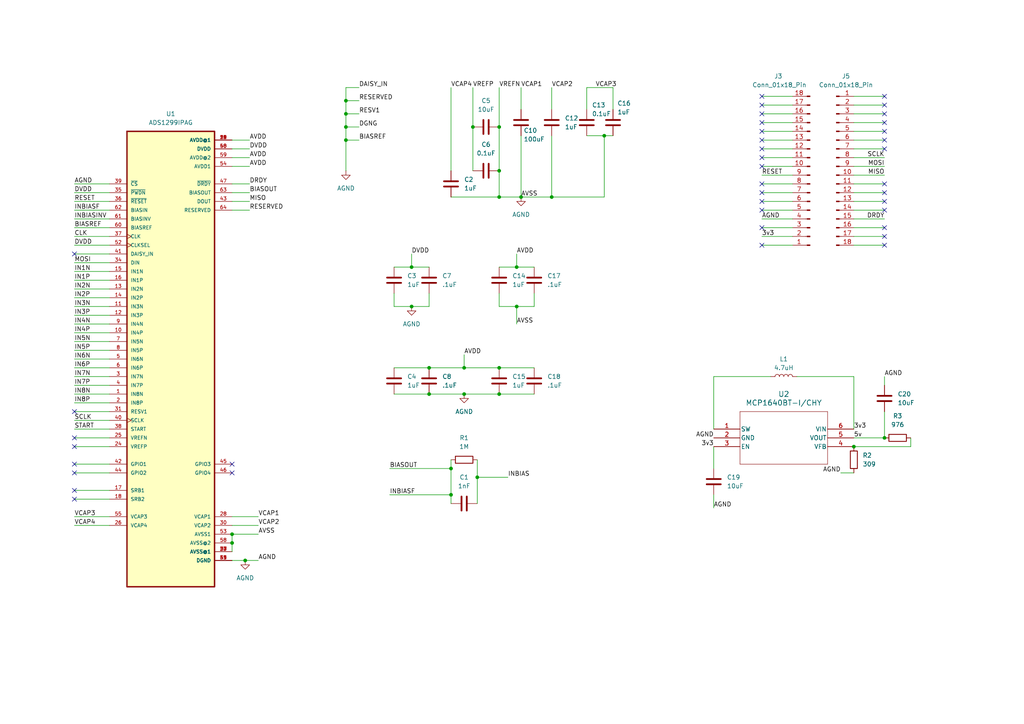
<source format=kicad_sch>
(kicad_sch (version 20231120) (generator "eeschema") (generator_version "8.0")
  (paper "A4")
  (lib_symbols
    (symbol "2025-03-06_16-07-10:MCP1640BT-I_CHY" (pin_names (offset 0.254))
      (property "Reference" "U" (at 20.32 10.16 0))
      (property "Value" "MCP1640BT-I/CHY" (at 20.32 7.62 0))
      (symbol "MCP1640BT-I_CHY_0_1"
        (polyline (pts (xy 7.62 -10.16) (xy 33.02 -10.16)) (stroke (width 0.127)))
        (polyline (pts (xy 7.62 5.08) (xy 7.62 -10.16)) (stroke (width 0.127)))
        (polyline (pts (xy 33.02 -10.16) (xy 33.02 5.08)) (stroke (width 0.127)))
        (polyline (pts (xy 33.02 5.08) (xy 7.62 5.08)) (stroke (width 0.127)))
        (pin input line (at 0 0 0) (length 7.62) (name "SW") (number "1"))
        (pin power_in line (at 0 -2.54 0) (length 7.62) (name "GND") (number "2"))
        (pin input line (at 0 -5.08 0) (length 7.62) (name "EN") (number "3"))
        (pin unspecified line (at 40.64 -5.08 180) (length 7.62) (name "VFB") (number "4"))
        (pin output line (at 40.64 -2.54 180) (length 7.62) (name "VOUT") (number "5"))
        (pin input line (at 40.64 0 180) (length 7.62) (name "VIN") (number "6"))
      )
    )
    (symbol "ADS1299:ADS1299IPAG" (pin_names (offset 1.016))
      (property "Reference" "U" (at -12.7 67.04 0))
      (property "Value" "ADS1299IPAG" (at -12.7 -70.04 0))
      (symbol "ADS1299IPAG_0_0"
        (rectangle (start -12.7 -66.04) (end 12.7 66.04) (stroke (width 0.41)) (fill (type background)))
        (pin input line (at -17.78 -10.16 0) (length 5.08) (name "IN8N") (number "1"))
        (pin input line (at -17.78 7.62 0) (length 5.08) (name "IN4P") (number "10"))
        (pin input line (at -17.78 15.24 0) (length 5.08) (name "IN3N") (number "11"))
        (pin input line (at -17.78 12.7 0) (length 5.08) (name "IN3P") (number "12"))
        (pin input line (at -17.78 20.32 0) (length 5.08) (name "IN2N") (number "13"))
        (pin input line (at -17.78 17.78 0) (length 5.08) (name "IN2P") (number "14"))
        (pin input line (at -17.78 25.4 0) (length 5.08) (name "IN1N") (number "15"))
        (pin input line (at -17.78 22.86 0) (length 5.08) (name "IN1P") (number "16"))
        (pin bidirectional line (at -17.78 -38.1 0) (length 5.08) (name "SRB1") (number "17"))
        (pin bidirectional line (at -17.78 -40.64 0) (length 5.08) (name "SRB2") (number "18"))
        (pin power_in line (at 17.78 63.5 180) (length 5.08) (name "AVDD@1") (number "19"))
        (pin input line (at -17.78 -12.7 0) (length 5.08) (name "IN8P") (number "2"))
        (pin power_in line (at 17.78 -55.88 180) (length 5.08) (name "AVSS@1") (number "20"))
        (pin power_in line (at 17.78 63.5 180) (length 5.08) (name "AVDD@1") (number "21"))
        (pin power_in line (at 17.78 63.5 180) (length 5.08) (name "AVDD@1") (number "22"))
        (pin power_in line (at 17.78 -55.88 180) (length 5.08) (name "AVSS@1") (number "23"))
        (pin input line (at -17.78 -25.4 0) (length 5.08) (name "VREFP") (number "24"))
        (pin input line (at -17.78 -22.86 0) (length 5.08) (name "VREFN") (number "25"))
        (pin bidirectional line (at -17.78 -48.26 0) (length 5.08) (name "VCAP4") (number "26"))
        (pin output line (at 17.78 -45.72 180) (length 5.08) (name "VCAP1") (number "28"))
        (pin input line (at -17.78 -5.08 0) (length 5.08) (name "IN7N") (number "3"))
        (pin output line (at 17.78 -48.26 180) (length 5.08) (name "VCAP2") (number "30"))
        (pin input line (at -17.78 -15.24 0) (length 5.08) (name "RESV1") (number "31"))
        (pin power_in line (at 17.78 -55.88 180) (length 5.08) (name "AVSS@1") (number "32"))
        (pin power_in line (at 17.78 -58.42 180) (length 5.08) (name "DGND") (number "33"))
        (pin input line (at -17.78 27.94 0) (length 5.08) (name "DIN") (number "34"))
        (pin input line (at -17.78 48.26 0) (length 5.08) (name "~{PWDN}") (number "35"))
        (pin input line (at -17.78 45.72 0) (length 5.08) (name "~{RESET}") (number "36"))
        (pin input clock (at -17.78 35.56 0) (length 5.08) (name "CLK") (number "37"))
        (pin input line (at -17.78 -20.32 0) (length 5.08) (name "START") (number "38"))
        (pin input line (at -17.78 50.8 0) (length 5.08) (name "~{CS}") (number "39"))
        (pin input line (at -17.78 -7.62 0) (length 5.08) (name "IN7P") (number "4"))
        (pin input clock (at -17.78 -17.78 0) (length 5.08) (name "SCLK") (number "40"))
        (pin input line (at -17.78 30.48 0) (length 5.08) (name "DAISY_IN") (number "41"))
        (pin bidirectional line (at -17.78 -30.48 0) (length 5.08) (name "GPIO1") (number "42"))
        (pin output line (at 17.78 45.72 180) (length 5.08) (name "DOUT") (number "43"))
        (pin bidirectional line (at -17.78 -33.02 0) (length 5.08) (name "GPIO2") (number "44"))
        (pin bidirectional line (at 17.78 -30.48 180) (length 5.08) (name "GPIO3") (number "45"))
        (pin bidirectional line (at 17.78 -33.02 180) (length 5.08) (name "GPIO4") (number "46"))
        (pin output line (at 17.78 50.8 180) (length 5.08) (name "~{DRDY}") (number "47"))
        (pin power_in line (at 17.78 60.96 180) (length 5.08) (name "DVDD") (number "48"))
        (pin power_in line (at 17.78 -58.42 180) (length 5.08) (name "DGND") (number "49"))
        (pin input line (at -17.78 0 0) (length 5.08) (name "IN6N") (number "5"))
        (pin power_in line (at 17.78 60.96 180) (length 5.08) (name "DVDD") (number "50"))
        (pin power_in line (at 17.78 -58.42 180) (length 5.08) (name "DGND") (number "51"))
        (pin input clock (at -17.78 33.02 0) (length 5.08) (name "CLKSEL") (number "52"))
        (pin power_in line (at 17.78 -50.8 180) (length 5.08) (name "AVSS1") (number "53"))
        (pin power_in line (at 17.78 55.88 180) (length 5.08) (name "AVDD1") (number "54"))
        (pin bidirectional line (at -17.78 -45.72 0) (length 5.08) (name "VCAP3") (number "55"))
        (pin power_in line (at 17.78 63.5 180) (length 5.08) (name "AVDD@1") (number "56"))
        (pin power_in line (at 17.78 -55.88 180) (length 5.08) (name "AVSS@1") (number "57"))
        (pin power_in line (at 17.78 -53.34 180) (length 5.08) (name "AVSS@2") (number "58"))
        (pin power_in line (at 17.78 58.42 180) (length 5.08) (name "AVDD@2") (number "59"))
        (pin input line (at -17.78 -2.54 0) (length 5.08) (name "IN6P") (number "6"))
        (pin input line (at -17.78 38.1 0) (length 5.08) (name "BIASREF") (number "60"))
        (pin input line (at -17.78 40.64 0) (length 5.08) (name "BIASINV") (number "61"))
        (pin input line (at -17.78 43.18 0) (length 5.08) (name "BIASIN") (number "62"))
        (pin output line (at 17.78 48.26 180) (length 5.08) (name "BIASOUT") (number "63"))
        (pin output line (at 17.78 43.18 180) (length 5.08) (name "RESERVED") (number "64"))
        (pin input line (at -17.78 5.08 0) (length 5.08) (name "IN5N") (number "7"))
        (pin input line (at -17.78 2.54 0) (length 5.08) (name "IN5P") (number "8"))
        (pin input line (at -17.78 10.16 0) (length 5.08) (name "IN4N") (number "9"))
      )
    )
    (symbol "Connector:Conn_01x18_Pin" (pin_names (offset 1.016) hide)
      (property "Reference" "J" (at 0 22.86 0))
      (property "Value" "Conn_01x18_Pin" (at 0 -25.4 0))
      (symbol "Conn_01x18_Pin_1_1"
        (polyline (pts (xy 1.27 -22.86) (xy 0.8636 -22.86)) (stroke (width 0.1524)))
        (polyline (pts (xy 1.27 -20.32) (xy 0.8636 -20.32)) (stroke (width 0.1524)))
        (polyline (pts (xy 1.27 -17.78) (xy 0.8636 -17.78)) (stroke (width 0.1524)))
        (polyline (pts (xy 1.27 -15.24) (xy 0.8636 -15.24)) (stroke (width 0.1524)))
        (polyline (pts (xy 1.27 -12.7) (xy 0.8636 -12.7)) (stroke (width 0.1524)))
        (polyline (pts (xy 1.27 -10.16) (xy 0.8636 -10.16)) (stroke (width 0.1524)))
        (polyline (pts (xy 1.27 -7.62) (xy 0.8636 -7.62)) (stroke (width 0.1524)))
        (polyline (pts (xy 1.27 -5.08) (xy 0.8636 -5.08)) (stroke (width 0.1524)))
        (polyline (pts (xy 1.27 -2.54) (xy 0.8636 -2.54)) (stroke (width 0.1524)))
        (polyline (pts (xy 1.27 0) (xy 0.8636 0)) (stroke (width 0.1524)))
        (polyline (pts (xy 1.27 2.54) (xy 0.8636 2.54)) (stroke (width 0.1524)))
        (polyline (pts (xy 1.27 5.08) (xy 0.8636 5.08)) (stroke (width 0.1524)))
        (polyline (pts (xy 1.27 7.62) (xy 0.8636 7.62)) (stroke (width 0.1524)))
        (polyline (pts (xy 1.27 10.16) (xy 0.8636 10.16)) (stroke (width 0.1524)))
        (polyline (pts (xy 1.27 12.7) (xy 0.8636 12.7)) (stroke (width 0.1524)))
        (polyline (pts (xy 1.27 15.24) (xy 0.8636 15.24)) (stroke (width 0.1524)))
        (polyline (pts (xy 1.27 17.78) (xy 0.8636 17.78)) (stroke (width 0.1524)))
        (polyline (pts (xy 1.27 20.32) (xy 0.8636 20.32)) (stroke (width 0.1524)))
        (rectangle (start 0.8636 -22.733) (end 0 -22.987) (stroke (width 0.1524)) (fill (type outline)))
        (rectangle (start 0.8636 -20.193) (end 0 -20.447) (stroke (width 0.1524)) (fill (type outline)))
        (rectangle (start 0.8636 -17.653) (end 0 -17.907) (stroke (width 0.1524)) (fill (type outline)))
        (rectangle (start 0.8636 -15.113) (end 0 -15.367) (stroke (width 0.1524)) (fill (type outline)))
        (rectangle (start 0.8636 -12.573) (end 0 -12.827) (stroke (width 0.1524)) (fill (type outline)))
        (rectangle (start 0.8636 -10.033) (end 0 -10.287) (stroke (width 0.1524)) (fill (type outline)))
        (rectangle (start 0.8636 -7.493) (end 0 -7.747) (stroke (width 0.1524)) (fill (type outline)))
        (rectangle (start 0.8636 -4.953) (end 0 -5.207) (stroke (width 0.1524)) (fill (type outline)))
        (rectangle (start 0.8636 -2.413) (end 0 -2.667) (stroke (width 0.1524)) (fill (type outline)))
        (rectangle (start 0.8636 0.127) (end 0 -0.127) (stroke (width 0.1524)) (fill (type outline)))
        (rectangle (start 0.8636 2.667) (end 0 2.413) (stroke (width 0.1524)) (fill (type outline)))
        (rectangle (start 0.8636 5.207) (end 0 4.953) (stroke (width 0.1524)) (fill (type outline)))
        (rectangle (start 0.8636 7.747) (end 0 7.493) (stroke (width 0.1524)) (fill (type outline)))
        (rectangle (start 0.8636 10.287) (end 0 10.033) (stroke (width 0.1524)) (fill (type outline)))
        (rectangle (start 0.8636 12.827) (end 0 12.573) (stroke (width 0.1524)) (fill (type outline)))
        (rectangle (start 0.8636 15.367) (end 0 15.113) (stroke (width 0.1524)) (fill (type outline)))
        (rectangle (start 0.8636 17.907) (end 0 17.653) (stroke (width 0.1524)) (fill (type outline)))
        (rectangle (start 0.8636 20.447) (end 0 20.193) (stroke (width 0.1524)) (fill (type outline)))
        (pin passive line (at 5.08 20.32 180) (length 3.81) (name "Pin_1") (number "1"))
        (pin passive line (at 5.08 -2.54 180) (length 3.81) (name "Pin_10") (number "10"))
        (pin passive line (at 5.08 -5.08 180) (length 3.81) (name "Pin_11") (number "11"))
        (pin passive line (at 5.08 -7.62 180) (length 3.81) (name "Pin_12") (number "12"))
        (pin passive line (at 5.08 -10.16 180) (length 3.81) (name "Pin_13") (number "13"))
        (pin passive line (at 5.08 -12.7 180) (length 3.81) (name "Pin_14") (number "14"))
        (pin passive line (at 5.08 -15.24 180) (length 3.81) (name "Pin_15") (number "15"))
        (pin passive line (at 5.08 -17.78 180) (length 3.81) (name "Pin_16") (number "16"))
        (pin passive line (at 5.08 -20.32 180) (length 3.81) (name "Pin_17") (number "17"))
        (pin passive line (at 5.08 -22.86 180) (length 3.81) (name "Pin_18") (number "18"))
        (pin passive line (at 5.08 17.78 180) (length 3.81) (name "Pin_2") (number "2"))
        (pin passive line (at 5.08 15.24 180) (length 3.81) (name "Pin_3") (number "3"))
        (pin passive line (at 5.08 12.7 180) (length 3.81) (name "Pin_4") (number "4"))
        (pin passive line (at 5.08 10.16 180) (length 3.81) (name "Pin_5") (number "5"))
        (pin passive line (at 5.08 7.62 180) (length 3.81) (name "Pin_6") (number "6"))
        (pin passive line (at 5.08 5.08 180) (length 3.81) (name "Pin_7") (number "7"))
        (pin passive line (at 5.08 2.54 180) (length 3.81) (name "Pin_8") (number "8"))
        (pin passive line (at 5.08 0 180) (length 3.81) (name "Pin_9") (number "9"))
      )
    )
    (symbol "Device:C" (pin_numbers hide) (pin_names (offset 0.254))
      (property "Reference" "C" (at 0.635 2.54 0))
      (property "Value" "C" (at 0.635 -2.54 0))
      (symbol "C_0_1"
        (polyline (pts (xy -2.032 -0.762) (xy 2.032 -0.762)) (stroke (width 0.508)))
        (polyline (pts (xy -2.032 0.762) (xy 2.032 0.762)) (stroke (width 0.508)))
      )
      (symbol "C_1_1"
        (pin passive line (at 0 3.81 270) (length 2.794) (name "~") (number "1"))
        (pin passive line (at 0 -3.81 90) (length 2.794) (name "~") (number "2"))
      )
    )
    (symbol "Device:L" (pin_numbers hide) (pin_names (offset 1.016) hide)
      (property "Reference" "L" (at -1.27 0 90))
      (property "Value" "L" (at 1.905 0 90))
      (symbol "L_0_1"
        (arc (start 0 -2.54) (mid 0.6323 -1.905) (end 0 -1.27))
        (arc (start 0 -1.27) (mid 0.6323 -0.635) (end 0 0))
        (arc (start 0 0) (mid 0.6323 0.635) (end 0 1.27))
        (arc (start 0 1.27) (mid 0.6323 1.905) (end 0 2.54))
      )
      (symbol "L_1_1"
        (pin passive line (at 0 3.81 270) (length 1.27) (name "1") (number "1"))
        (pin passive line (at 0 -3.81 90) (length 1.27) (name "2") (number "2"))
      )
    )
    (symbol "Device:R" (pin_numbers hide) (pin_names (offset 0))
      (property "Reference" "R" (at 2.032 0 90))
      (property "Value" "R" (at 0 0 90))
      (symbol "R_0_1"
        (rectangle (start -1.016 -2.54) (end 1.016 2.54) (stroke (width 0.254)))
      )
      (symbol "R_1_1"
        (pin passive line (at 0 3.81 270) (length 1.27) (name "~") (number "1"))
        (pin passive line (at 0 -3.81 90) (length 1.27) (name "~") (number "2"))
      )
    )
    (symbol "power:GND" (power) (pin_numbers hide) (pin_names (offset 0) hide)
      (property "Value" "GND" (at 0 -3.81 0))
      (symbol "GND_0_1"
        (polyline (pts (xy 0 0) (xy 0 -1.27) (xy 1.27 -1.27) (xy 0 -2.54) (xy -1.27 -1.27) (xy 0 -1.27)))
      )
      (symbol "GND_1_1"
        (pin power_in line (at 0 0 270) (length 0) (name "~") (number "1"))
      )
    )
  )
  (junction (at 256.54 127))
  (junction (at 144.78 106.68))
  (junction (at 124.46 114.3))
  (junction (at 67.31 154.94))
  (junction (at 247.65 129.54))
  (junction (at 100.33 36.83))
  (junction (at 130.81 135.89))
  (junction (at 149.86 88.9))
  (junction (at 134.62 114.3))
  (junction (at 175.26 39.37))
  (junction (at 130.81 143.51))
  (junction (at 137.16 36.83))
  (junction (at 144.78 49.53))
  (junction (at 160.02 57.15))
  (junction (at 149.86 77.47))
  (junction (at 151.13 57.15))
  (junction (at 124.46 106.68))
  (junction (at 71.12 162.56))
  (junction (at 100.33 40.64))
  (junction (at 144.78 57.15))
  (junction (at 134.62 106.68))
  (junction (at 100.33 33.02))
  (junction (at 119.38 77.47))
  (junction (at 144.78 114.3))
  (junction (at 67.31 157.48))
  (junction (at 144.78 36.83))
  (junction (at 138.43 138.43))
  (junction (at 119.38 88.9))
  (junction (at 100.33 29.21))
  (no_connect (at 220.98 66.04))
  (no_connect (at 21.59 137.16))
  (no_connect (at 256.54 58.42))
  (no_connect (at 220.98 30.48))
  (no_connect (at 256.54 40.64))
  (no_connect (at 220.98 55.88))
  (no_connect (at 21.59 142.24))
  (no_connect (at 21.59 73.66))
  (no_connect (at 220.98 35.56))
  (no_connect (at 220.98 48.26))
  (no_connect (at 220.98 53.34))
  (no_connect (at 256.54 30.48))
  (no_connect (at 220.98 43.18))
  (no_connect (at 256.54 43.18))
  (no_connect (at 220.98 33.02))
  (no_connect (at 220.98 71.12))
  (no_connect (at 21.59 119.38))
  (no_connect (at 256.54 60.96))
  (no_connect (at 21.59 129.54))
  (no_connect (at 21.59 127))
  (no_connect (at 220.98 27.94))
  (no_connect (at 256.54 27.94))
  (no_connect (at 256.54 35.56))
  (no_connect (at 256.54 68.58))
  (no_connect (at 256.54 38.1))
  (no_connect (at 67.31 134.62))
  (no_connect (at 256.54 71.12))
  (no_connect (at 256.54 55.88))
  (no_connect (at 220.98 45.72))
  (no_connect (at 256.54 33.02))
  (no_connect (at 256.54 66.04))
  (no_connect (at 67.31 137.16))
  (no_connect (at 220.98 58.42))
  (no_connect (at 220.98 40.64))
  (no_connect (at 256.54 53.34))
  (no_connect (at 21.59 134.62))
  (no_connect (at 220.98 38.1))
  (no_connect (at 220.98 60.96))
  (no_connect (at 21.59 144.78))
  (wire (pts (xy 21.59 149.86) (xy 31.75 149.86)))
  (wire (pts (xy 71.12 162.56) (xy 74.93 162.56)))
  (wire (pts (xy 124.46 114.3) (xy 134.62 114.3)))
  (wire (pts (xy 220.98 40.64) (xy 229.87 40.64)))
  (wire (pts (xy 264.16 127) (xy 264.16 129.54)))
  (wire (pts (xy 231.14 109.22) (xy 247.65 109.22)))
  (wire (pts (xy 21.59 104.14) (xy 31.75 104.14)))
  (wire (pts (xy 247.65 35.56) (xy 256.54 35.56)))
  (wire (pts (xy 220.98 45.72) (xy 229.87 45.72)))
  (wire (pts (xy 114.3 88.9) (xy 119.38 88.9)))
  (wire (pts (xy 67.31 58.42) (xy 72.39 58.42)))
  (wire (pts (xy 124.46 85.09) (xy 124.46 88.9)))
  (wire (pts (xy 160.02 57.15) (xy 160.02 39.37)))
  (wire (pts (xy 220.98 63.5) (xy 229.87 63.5)))
  (wire (pts (xy 247.65 58.42) (xy 256.54 58.42)))
  (wire (pts (xy 207.01 124.46) (xy 207.01 109.22)))
  (wire (pts (xy 21.59 93.98) (xy 31.75 93.98)))
  (wire (pts (xy 100.33 36.83) (xy 100.33 33.02)))
  (wire (pts (xy 134.62 106.68) (xy 144.78 106.68)))
  (wire (pts (xy 21.59 60.96) (xy 31.75 60.96)))
  (wire (pts (xy 119.38 77.47) (xy 124.46 77.47)))
  (wire (pts (xy 138.43 133.35) (xy 138.43 138.43)))
  (wire (pts (xy 21.59 111.76) (xy 31.75 111.76)))
  (wire (pts (xy 160.02 25.4) (xy 160.02 31.75)))
  (wire (pts (xy 247.65 27.94) (xy 256.54 27.94)))
  (wire (pts (xy 67.31 53.34) (xy 72.39 53.34)))
  (wire (pts (xy 21.59 63.5) (xy 31.75 63.5)))
  (wire (pts (xy 247.65 33.02) (xy 256.54 33.02)))
  (wire (pts (xy 144.78 49.53) (xy 144.78 36.83)))
  (wire (pts (xy 119.38 88.9) (xy 124.46 88.9)))
  (wire (pts (xy 247.65 66.04) (xy 256.54 66.04)))
  (wire (pts (xy 256.54 119.38) (xy 256.54 127)))
  (wire (pts (xy 67.31 40.64) (xy 72.39 40.64)))
  (wire (pts (xy 21.59 73.66) (xy 31.75 73.66)))
  (wire (pts (xy 220.98 48.26) (xy 229.87 48.26)))
  (wire (pts (xy 21.59 101.6) (xy 31.75 101.6)))
  (wire (pts (xy 220.98 30.48) (xy 229.87 30.48)))
  (wire (pts (xy 220.98 68.58) (xy 229.87 68.58)))
  (wire (pts (xy 144.78 36.83) (xy 144.78 25.4)))
  (wire (pts (xy 119.38 73.66) (xy 119.38 77.47)))
  (wire (pts (xy 220.98 50.8) (xy 229.87 50.8)))
  (wire (pts (xy 130.81 135.89) (xy 130.81 133.35)))
  (wire (pts (xy 220.98 33.02) (xy 229.87 33.02)))
  (wire (pts (xy 21.59 121.92) (xy 31.75 121.92)))
  (wire (pts (xy 67.31 157.48) (xy 67.31 160.02)))
  (wire (pts (xy 100.33 40.64) (xy 104.14 40.64)))
  (wire (pts (xy 160.02 57.15) (xy 175.26 57.15)))
  (wire (pts (xy 220.98 66.04) (xy 229.87 66.04)))
  (wire (pts (xy 21.59 134.62) (xy 31.75 134.62)))
  (wire (pts (xy 67.31 154.94) (xy 67.31 157.48)))
  (wire (pts (xy 137.16 36.83) (xy 137.16 49.53)))
  (wire (pts (xy 220.98 35.56) (xy 229.87 35.56)))
  (wire (pts (xy 256.54 109.22) (xy 256.54 111.76)))
  (wire (pts (xy 21.59 114.3) (xy 31.75 114.3)))
  (wire (pts (xy 144.78 106.68) (xy 154.94 106.68)))
  (wire (pts (xy 67.31 45.72) (xy 72.39 45.72)))
  (wire (pts (xy 151.13 57.15) (xy 160.02 57.15)))
  (wire (pts (xy 21.59 83.82) (xy 31.75 83.82)))
  (wire (pts (xy 220.98 38.1) (xy 229.87 38.1)))
  (wire (pts (xy 21.59 137.16) (xy 31.75 137.16)))
  (wire (pts (xy 207.01 143.51) (xy 207.01 147.32)))
  (wire (pts (xy 175.26 39.37) (xy 177.8 39.37)))
  (wire (pts (xy 207.01 129.54) (xy 207.01 135.89)))
  (wire (pts (xy 144.78 85.09) (xy 144.78 88.9)))
  (wire (pts (xy 144.78 57.15) (xy 151.13 57.15)))
  (wire (pts (xy 220.98 55.88) (xy 229.87 55.88)))
  (wire (pts (xy 67.31 48.26) (xy 72.39 48.26)))
  (wire (pts (xy 130.81 57.15) (xy 144.78 57.15)))
  (wire (pts (xy 100.33 29.21) (xy 100.33 33.02)))
  (wire (pts (xy 21.59 96.52) (xy 31.75 96.52)))
  (wire (pts (xy 114.3 114.3) (xy 124.46 114.3)))
  (wire (pts (xy 149.86 73.66) (xy 149.86 77.47)))
  (wire (pts (xy 144.78 88.9) (xy 149.86 88.9)))
  (wire (pts (xy 247.65 127) (xy 256.54 127)))
  (wire (pts (xy 144.78 114.3) (xy 154.94 114.3)))
  (wire (pts (xy 247.65 45.72) (xy 256.54 45.72)))
  (wire (pts (xy 67.31 60.96) (xy 72.39 60.96)))
  (wire (pts (xy 21.59 81.28) (xy 31.75 81.28)))
  (wire (pts (xy 100.33 25.4) (xy 100.33 29.21)))
  (wire (pts (xy 100.33 33.02) (xy 104.14 33.02)))
  (wire (pts (xy 220.98 27.94) (xy 229.87 27.94)))
  (wire (pts (xy 247.65 40.64) (xy 256.54 40.64)))
  (wire (pts (xy 170.18 25.4) (xy 177.8 25.4)))
  (wire (pts (xy 21.59 109.22) (xy 31.75 109.22)))
  (wire (pts (xy 247.65 60.96) (xy 256.54 60.96)))
  (wire (pts (xy 124.46 106.68) (xy 134.62 106.68)))
  (wire (pts (xy 130.81 135.89) (xy 130.81 143.51)))
  (wire (pts (xy 144.78 49.53) (xy 144.78 57.15)))
  (wire (pts (xy 220.98 60.96) (xy 229.87 60.96)))
  (wire (pts (xy 100.33 49.53) (xy 100.33 40.64)))
  (wire (pts (xy 247.65 38.1) (xy 256.54 38.1)))
  (wire (pts (xy 114.3 77.47) (xy 119.38 77.47)))
  (wire (pts (xy 247.65 55.88) (xy 256.54 55.88)))
  (wire (pts (xy 21.59 58.42) (xy 31.75 58.42)))
  (wire (pts (xy 100.33 36.83) (xy 104.14 36.83)))
  (wire (pts (xy 175.26 39.37) (xy 175.26 57.15)))
  (wire (pts (xy 177.8 25.4) (xy 177.8 31.75)))
  (wire (pts (xy 67.31 55.88) (xy 72.39 55.88)))
  (wire (pts (xy 100.33 29.21) (xy 104.14 29.21)))
  (wire (pts (xy 247.65 63.5) (xy 256.54 63.5)))
  (wire (pts (xy 138.43 138.43) (xy 147.32 138.43)))
  (wire (pts (xy 138.43 138.43) (xy 138.43 146.05)))
  (wire (pts (xy 220.98 58.42) (xy 229.87 58.42)))
  (wire (pts (xy 247.65 30.48) (xy 256.54 30.48)))
  (wire (pts (xy 21.59 144.78) (xy 31.75 144.78)))
  (wire (pts (xy 21.59 68.58) (xy 31.75 68.58)))
  (wire (pts (xy 151.13 25.4) (xy 151.13 31.75)))
  (wire (pts (xy 67.31 154.94) (xy 74.93 154.94)))
  (wire (pts (xy 21.59 129.54) (xy 31.75 129.54)))
  (wire (pts (xy 113.03 143.51) (xy 130.81 143.51)))
  (wire (pts (xy 21.59 127) (xy 31.75 127)))
  (wire (pts (xy 67.31 149.86) (xy 74.93 149.86)))
  (wire (pts (xy 149.86 88.9) (xy 154.94 88.9)))
  (wire (pts (xy 67.31 162.56) (xy 71.12 162.56)))
  (wire (pts (xy 114.3 85.09) (xy 114.3 88.9)))
  (wire (pts (xy 154.94 85.09) (xy 154.94 88.9)))
  (wire (pts (xy 21.59 55.88) (xy 31.75 55.88)))
  (wire (pts (xy 100.33 40.64) (xy 100.33 36.83)))
  (wire (pts (xy 21.59 91.44) (xy 31.75 91.44)))
  (wire (pts (xy 144.78 77.47) (xy 149.86 77.47)))
  (wire (pts (xy 21.59 142.24) (xy 31.75 142.24)))
  (wire (pts (xy 21.59 88.9) (xy 31.75 88.9)))
  (wire (pts (xy 220.98 43.18) (xy 229.87 43.18)))
  (wire (pts (xy 21.59 78.74) (xy 31.75 78.74)))
  (wire (pts (xy 170.18 25.4) (xy 170.18 31.75)))
  (wire (pts (xy 130.81 25.4) (xy 130.81 49.53)))
  (wire (pts (xy 247.65 50.8) (xy 256.54 50.8)))
  (wire (pts (xy 114.3 106.68) (xy 124.46 106.68)))
  (wire (pts (xy 130.81 146.05) (xy 130.81 143.51)))
  (wire (pts (xy 21.59 66.04) (xy 31.75 66.04)))
  (wire (pts (xy 21.59 86.36) (xy 31.75 86.36)))
  (wire (pts (xy 247.65 71.12) (xy 256.54 71.12)))
  (wire (pts (xy 247.65 129.54) (xy 264.16 129.54)))
  (wire (pts (xy 134.62 102.87) (xy 134.62 106.68)))
  (wire (pts (xy 134.62 114.3) (xy 144.78 114.3)))
  (wire (pts (xy 137.16 25.4) (xy 137.16 36.83)))
  (wire (pts (xy 21.59 106.68) (xy 31.75 106.68)))
  (wire (pts (xy 247.65 68.58) (xy 256.54 68.58)))
  (wire (pts (xy 21.59 76.2) (xy 31.75 76.2)))
  (wire (pts (xy 21.59 53.34) (xy 31.75 53.34)))
  (wire (pts (xy 243.84 137.16) (xy 247.65 137.16)))
  (wire (pts (xy 21.59 99.06) (xy 31.75 99.06)))
  (wire (pts (xy 104.14 25.4) (xy 100.33 25.4)))
  (wire (pts (xy 149.86 77.47) (xy 154.94 77.47)))
  (wire (pts (xy 220.98 71.12) (xy 229.87 71.12)))
  (wire (pts (xy 149.86 88.9) (xy 149.86 93.98)))
  (wire (pts (xy 67.31 43.18) (xy 72.39 43.18)))
  (wire (pts (xy 21.59 152.4) (xy 31.75 152.4)))
  (wire (pts (xy 247.65 43.18) (xy 256.54 43.18)))
  (wire (pts (xy 247.65 53.34) (xy 256.54 53.34)))
  (wire (pts (xy 21.59 124.46) (xy 31.75 124.46)))
  (wire (pts (xy 21.59 116.84) (xy 31.75 116.84)))
  (wire (pts (xy 21.59 71.12) (xy 31.75 71.12)))
  (wire (pts (xy 247.65 109.22) (xy 247.65 124.46)))
  (wire (pts (xy 170.18 39.37) (xy 175.26 39.37)))
  (wire (pts (xy 21.59 119.38) (xy 31.75 119.38)))
  (wire (pts (xy 113.03 135.89) (xy 130.81 135.89)))
  (wire (pts (xy 207.01 109.22) (xy 223.52 109.22)))
  (wire (pts (xy 220.98 53.34) (xy 229.87 53.34)))
  (wire (pts (xy 247.65 48.26) (xy 256.54 48.26)))
  (wire (pts (xy 67.31 152.4) (xy 74.93 152.4)))
  (wire (pts (xy 151.13 57.15) (xy 151.13 39.37)))
  (label "VCAP4" (at 21.59 152.4 0))
  (label "RESV1" (at 104.14 33.02 0))
  (label "IN3P" (at 21.59 91.44 0))
  (label "AGND" (at 243.84 137.16 180))
  (label "3v3" (at 207.01 129.54 180))
  (label "IN6N" (at 21.59 104.14 0))
  (label "DVDD" (at 21.59 55.88 0))
  (label "VCAP3" (at 172.72 25.4 0))
  (label "CLK" (at 21.59 68.58 0))
  (label "INBIASF" (at 113.03 143.51 0))
  (label "INBIAS" (at 147.32 138.43 0))
  (label "MISO" (at 256.54 50.8 180))
  (label "SCLK" (at 256.54 45.72 180))
  (label "VREFP" (at 137.16 25.4 0))
  (label "IN5P" (at 21.59 101.6 0))
  (label "RESET" (at 220.98 50.8 0))
  (label "BIASOUT" (at 72.39 55.88 0))
  (label "AGND" (at 74.93 162.56 0))
  (label "IN3N" (at 21.59 88.9 0))
  (label "IN8N" (at 21.59 114.3 0))
  (label "DVDD" (at 119.38 73.66 0))
  (label "VCAP2" (at 160.02 25.4 0))
  (label "IN4P" (at 21.59 96.52 0))
  (label "DVDD" (at 21.59 71.12 0))
  (label "BIASREF" (at 104.14 40.64 0))
  (label "DRDY" (at 256.54 63.5 180))
  (label "IN2N" (at 21.59 83.82 0))
  (label "VCAP1" (at 151.13 25.4 0))
  (label "BIASREF" (at 21.59 66.04 0))
  (label "AVDD" (at 72.39 48.26 0))
  (label "INBIASF" (at 21.59 60.96 0))
  (label "IN4N" (at 21.59 93.98 0))
  (label "IN1P" (at 21.59 81.28 0))
  (label "3v3" (at 247.65 124.46 0))
  (label "IN7N" (at 21.59 109.22 0))
  (label "MOSI" (at 21.59 76.2 0))
  (label "INBIASINV" (at 21.59 63.5 0))
  (label "IN5N" (at 21.59 99.06 0))
  (label "START" (at 21.59 124.46 0))
  (label "VCAP4" (at 130.81 25.4 0))
  (label "AVSS" (at 149.86 93.98 0))
  (label "IN1N" (at 21.59 78.74 0))
  (label "RESET" (at 21.59 58.42 0))
  (label "AGND" (at 207.01 127 180))
  (label "RESERVED" (at 104.14 29.21 0))
  (label "DAISY_IN" (at 104.14 25.4 0))
  (label "AGND" (at 220.98 63.5 0))
  (label "AVDD" (at 134.62 102.87 0))
  (label "VREFN" (at 144.78 25.4 0))
  (label "AVDD" (at 149.86 73.66 0))
  (label "AGND" (at 256.54 109.22 0))
  (label "VCAP3" (at 21.59 149.86 0))
  (label "MOSI" (at 256.54 48.26 180))
  (label "IN2P" (at 21.59 86.36 0))
  (label "IN6P" (at 21.59 106.68 0))
  (label "AVDD" (at 72.39 45.72 0))
  (label "DVDD" (at 72.39 43.18 0))
  (label "AGND" (at 21.59 53.34 0))
  (label "DGNG" (at 104.14 36.83 0))
  (label "AVSS" (at 74.93 154.94 0))
  (label "3v3" (at 220.98 68.58 0))
  (label "IN7P" (at 21.59 111.76 0))
  (label "BIASOUT" (at 113.03 135.89 0))
  (label "SCLK" (at 21.59 121.92 0))
  (label "IN8P" (at 21.59 116.84 0))
  (label "MISO" (at 72.39 58.42 0))
  (label "DRDY" (at 72.39 53.34 0))
  (label "AVDD" (at 72.39 40.64 0))
  (label "AGND" (at 207.01 147.32 0))
  (label "5v" (at 247.65 127 0))
  (label "VCAP2" (at 74.93 152.4 0))
  (label "RESERVED" (at 72.39 60.96 0))
  (label "VCAP1" (at 74.93 149.86 0))
  (label "AVSS" (at 151.13 57.15 0))
  (symbol (lib_id "Device:C") (at 207.01 139.7 180) (unit 1)
    (property "Reference" "C19" (at 210.82 138.4299 0) (effects (justify right)))
    (property "Value" "10uF" (at 210.82 140.9699 0) (effects (justify right)))
    (property "Footprint" "Capacitor_SMD:C_0805_2012Metric" (effects (hide yes)))
    (property "Description" "Unpolarized capacitor" (effects (hide yes)))
  )
  (symbol (lib_id "Device:C") (at 256.54 115.57 0) (unit 1)
    (property "Reference" "C20" (at 260.35 114.2999 0) (effects (justify left)))
    (property "Value" "10uF" (at 260.35 116.8399 0) (effects (justify left)))
    (property "Footprint" "Capacitor_SMD:C_0805_2012Metric" (effects (hide yes)))
    (property "Description" "Unpolarized capacitor" (effects (hide yes)))
  )
  (symbol (lib_id "Device:L") (at 227.33 109.22 90) (unit 1)
    (property "Reference" "L1" (at 227.33 104.14 90))
    (property "Value" "4.7uH" (at 227.33 106.68 90))
    (property "Description" "Inductor" (effects (hide yes)))
  )
  (symbol (lib_id "Device:R") (at 247.65 133.35 0) (unit 1)
    (property "Reference" "R2" (at 250.19 132.0799 0) (effects (justify left)))
    (property "Value" "309" (at 250.19 134.6199 0) (effects (justify left)))
    (property "Description" "Resistor" (effects (hide yes)))
  )
  (symbol (lib_id "Device:C") (at 177.8 35.56 0) (unit 1)
    (property "Reference" "C16" (at 179.07 29.972 0) (effects (justify left)))
    (property "Value" "1uF" (at 179.07 32.512 0) (effects (justify left)))
    (property "Footprint" "Capacitor_SMD:C_0805_2012Metric" (effects (hide yes)))
    (property "Description" "Unpolarized capacitor" (effects (hide yes)))
  )
  (symbol (lib_id "power:GND") (at 134.62 114.3 0) (unit 1)
    (property "Reference" "#PWR06" (effects (hide yes)))
    (property "Value" "AGND" (at 134.62 119.38 0))
    (property "Description" "Power symbol creates a global label with name \"GND\" , ground" (effects (hide yes)))
  )
  (symbol (lib_id "Device:C") (at 170.18 35.56 180) (unit 1)
    (property "Reference" "C13" (at 171.704 30.48 0) (effects (justify right)))
    (property "Value" "0.1uF" (at 171.704 33.02 0) (effects (justify right)))
    (property "Footprint" "Capacitor_SMD:C_0805_2012Metric" (effects (hide yes)))
    (property "Description" "Unpolarized capacitor" (effects (hide yes)))
  )
  (symbol (lib_id "Device:C") (at 144.78 81.28 0) (unit 1)
    (property "Reference" "C14" (at 148.59 80.0099 0) (effects (justify left)))
    (property "Value" "1uF" (at 148.59 82.5499 0) (effects (justify left)))
    (property "Footprint" "Capacitor_SMD:C_0805_2012Metric" (effects (hide yes)))
    (property "Description" "Unpolarized capacitor" (effects (hide yes)))
  )
  (symbol (lib_id "power:GND") (at 71.12 162.56 0) (unit 1)
    (property "Reference" "#PWR01" (effects (hide yes)))
    (property "Value" "AGND" (at 71.12 167.64 0))
    (property "Description" "Power symbol creates a global label with name \"GND\" , ground" (effects (hide yes)))
  )
  (symbol (lib_id "power:GND") (at 100.33 49.53 0) (unit 1)
    (property "Reference" "#PWR02" (effects (hide yes)))
    (property "Value" "AGND" (at 100.33 54.61 0))
    (property "Description" "Power symbol creates a global label with name \"GND\" , ground" (effects (hide yes)))
  )
  (symbol (lib_id "Device:C") (at 130.81 53.34 0) (unit 1)
    (property "Reference" "C2" (at 134.62 52.0699 0) (effects (justify left)))
    (property "Value" "1uF" (at 134.62 54.6099 0) (effects (justify left)))
    (property "Footprint" "Capacitor_SMD:C_0805_2012Metric" (effects (hide yes)))
    (property "Description" "Unpolarized capacitor" (effects (hide yes)))
  )
  (symbol (lib_id "Device:C") (at 140.97 36.83 90) (unit 1)
    (property "Reference" "C5" (at 140.97 29.21 90))
    (property "Value" "10uF" (at 140.97 31.75 90))
    (property "Footprint" "Capacitor_SMD:C_0805_2012Metric" (effects (hide yes)))
    (property "Description" "Unpolarized capacitor" (effects (hide yes)))
  )
  (symbol (lib_id "Device:C") (at 124.46 81.28 0) (unit 1)
    (property "Reference" "C7" (at 128.27 80.0099 0) (effects (justify left)))
    (property "Value" ".1uF" (at 128.27 82.5499 0) (effects (justify left)))
    (property "Footprint" "Capacitor_SMD:C_0805_2012Metric" (effects (hide yes)))
    (property "Description" "Unpolarized capacitor" (effects (hide yes)))
  )
  (symbol (lib_id "Device:R") (at 134.62 133.35 90) (unit 1)
    (property "Reference" "R1" (at 134.62 127 90))
    (property "Value" "1M" (at 134.62 129.54 90))
    (property "Footprint" "Resistor_SMD:R_0805_2012Metric" (effects (hide yes)))
    (property "Description" "Resistor" (effects (hide yes)))
  )
  (symbol (lib_id "Device:R") (at 260.35 127 90) (unit 1)
    (property "Reference" "R3" (at 260.35 120.65 90))
    (property "Value" "976" (at 260.35 123.19 90))
    (property "Description" "Resistor" (effects (hide yes)))
  )
  (symbol (lib_id "Device:C") (at 124.46 110.49 0) (unit 1)
    (property "Reference" "C8" (at 128.27 109.2199 0) (effects (justify left)))
    (property "Value" ".1uF" (at 128.27 111.7599 0) (effects (justify left)))
    (property "Footprint" "Capacitor_SMD:C_0805_2012Metric" (effects (hide yes)))
    (property "Description" "Unpolarized capacitor" (effects (hide yes)))
  )
  (symbol (lib_id "Device:C") (at 154.94 110.49 0) (unit 1)
    (property "Reference" "C18" (at 158.75 109.2199 0) (effects (justify left)))
    (property "Value" ".1uF" (at 158.75 111.7599 0) (effects (justify left)))
    (property "Footprint" "Capacitor_SMD:C_0805_2012Metric" (effects (hide yes)))
    (property "Description" "Unpolarized capacitor" (effects (hide yes)))
  )
  (symbol (lib_id "power:GND") (at 151.13 57.15 0) (unit 1)
    (property "Reference" "#PWR05" (effects (hide yes)))
    (property "Value" "AGND" (at 151.13 62.23 0))
    (property "Description" "Power symbol creates a global label with name \"GND\" , ground" (effects (hide yes)))
  )
  (symbol (lib_id "ADS1299:ADS1299IPAG") (at 49.53 104.14 0) (unit 1)
    (property "Reference" "U1" (at 49.53 33.02 0))
    (property "Value" "ADS1299IPAG" (at 49.53 35.56 0))
    (property "Footprint" "ADS1299:QFP50P1200X1200X120-64N" (effects (hide yes)))
    (property "MF" "Texas Instruments" (effects (hide yes)))
    (property "Description_1" "\n                        \n                            Low-Noise, 8-Channel, 24-Bit Analog-to-Digital Converter for Biopotential Measurements\n                        \n" (effects (hide yes)))
    (property "Package" "TQFP-64 Texas Instruments" (effects (hide yes)))
    (property "Price" "None" (effects (hide yes)))
    (property "SnapEDA_Link" "https://www.snapeda.com/parts/ADS1299IPAG/Texas+Instruments/view-part/?ref=snap" (effects (hide yes)))
    (property "MP" "ADS1299IPAG" (effects (hide yes)))
    (property "Availability" "In Stock" (effects (hide yes)))
    (property "Check_prices" "https://www.snapeda.com/parts/ADS1299IPAG/Texas+Instruments/view-part/?ref=eda" (effects (hide yes)))
  )
  (symbol (lib_id "Device:C") (at 154.94 81.28 0) (unit 1)
    (property "Reference" "C17" (at 158.75 80.0099 0) (effects (justify left)))
    (property "Value" ".1uF" (at 158.75 82.5499 0) (effects (justify left)))
    (property "Footprint" "Capacitor_SMD:C_0805_2012Metric" (effects (hide yes)))
    (property "Description" "Unpolarized capacitor" (effects (hide yes)))
  )
  (symbol (lib_id "Device:C") (at 114.3 110.49 0) (unit 1)
    (property "Reference" "C4" (at 118.11 109.2199 0) (effects (justify left)))
    (property "Value" "1uF" (at 118.11 111.7599 0) (effects (justify left)))
    (property "Footprint" "Capacitor_SMD:C_0805_2012Metric" (effects (hide yes)))
    (property "Description" "Unpolarized capacitor" (effects (hide yes)))
  )
  (symbol (lib_id "Device:C") (at 134.62 146.05 270) (unit 1)
    (property "Reference" "C1" (at 134.62 138.43 90))
    (property "Value" "1nF" (at 134.62 140.97 90))
    (property "Footprint" "Capacitor_SMD:C_0805_2012Metric" (effects (hide yes)))
    (property "Description" "Unpolarized capacitor" (effects (hide yes)))
  )
  (symbol (lib_id "Device:C") (at 151.13 35.56 0) (unit 1)
    (property "Reference" "C10" (at 151.892 37.846 0) (effects (justify left)))
    (property "Value" "100uF" (at 151.892 40.386 0) (effects (justify left)))
    (property "Footprint" "Capacitor_SMD:C_0805_2012Metric" (effects (hide yes)))
    (property "Description" "Unpolarized capacitor" (effects (hide yes)))
  )
  (symbol (lib_id "Device:C") (at 114.3 81.28 0) (unit 1)
    (property "Reference" "C3" (at 118.11 80.0099 0) (effects (justify left)))
    (property "Value" "1uF" (at 118.11 82.5499 0) (effects (justify left)))
    (property "Footprint" "Capacitor_SMD:C_0805_2012Metric" (effects (hide yes)))
    (property "Description" "Unpolarized capacitor" (effects (hide yes)))
  )
  (symbol (lib_id "Device:C") (at 140.97 49.53 90) (unit 1)
    (property "Reference" "C6" (at 140.97 41.91 90))
    (property "Value" "0.1uF" (at 140.97 44.45 90))
    (property "Footprint" "Capacitor_SMD:C_0805_2012Metric" (effects (hide yes)))
    (property "Description" "Unpolarized capacitor" (effects (hide yes)))
  )
  (symbol (lib_id "Connector:Conn_01x18_Pin") (at 242.57 48.26 0) (unit 1)
    (property "Reference" "J5" (at 245.364 22.098 0))
    (property "Value" "Conn_01x18_Pin" (at 245.364 24.638 0))
    (property "Description" "Generic connector, single row, 01x18, script generated" (effects (hide yes)))
  )
  (symbol (lib_id "power:GND") (at 119.38 88.9 0) (unit 1)
    (property "Reference" "#PWR03" (effects (hide yes)))
    (property "Value" "AGND" (at 119.38 93.98 0))
    (property "Description" "Power symbol creates a global label with name \"GND\" , ground" (effects (hide yes)))
  )
  (symbol (lib_id "Connector:Conn_01x18_Pin") (at 234.95 50.8 180) (unit 1)
    (property "Reference" "J3" (at 224.536 22.098 0) (effects (justify right)))
    (property "Value" "Conn_01x18_Pin" (at 218.186 24.638 0) (effects (justify right)))
    (property "Description" "Generic connector, single row, 01x18, script generated" (effects (hide yes)))
  )
  (symbol (lib_id "Device:C") (at 144.78 110.49 0) (unit 1)
    (property "Reference" "C15" (at 148.59 109.2199 0) (effects (justify left)))
    (property "Value" "1uF" (at 148.59 111.7599 0) (effects (justify left)))
    (property "Footprint" "Capacitor_SMD:C_0805_2012Metric" (effects (hide yes)))
    (property "Description" "Unpolarized capacitor" (effects (hide yes)))
  )
  (symbol (lib_id "Device:C") (at 160.02 35.56 0) (unit 1)
    (property "Reference" "C12" (at 163.83 34.2899 0) (effects (justify left)))
    (property "Value" "1uF" (at 163.83 36.8299 0) (effects (justify left)))
    (property "Footprint" "Capacitor_SMD:C_0805_2012Metric" (effects (hide yes)))
    (property "Description" "Unpolarized capacitor" (effects (hide yes)))
  )
  (symbol (lib_id "2025-03-06_16-07-10:MCP1640BT-I_CHY") (at 207.01 124.46 0) (unit 1)
    (property "Reference" "U2" (at 227.33 114.3 0) (effects (font (size 1.524 1.524))))
    (property "Value" "MCP1640BT-I/CHY" (at 227.33 116.84 0) (effects (font (size 1.524 1.524))))
    (property "Footprint" "SOT-23-6_MC_MCH" (effects (hide yes)))
    (property "Datasheet" "MCP1640BT-I/CHY" (effects (hide yes)))
  )
)
</source>
